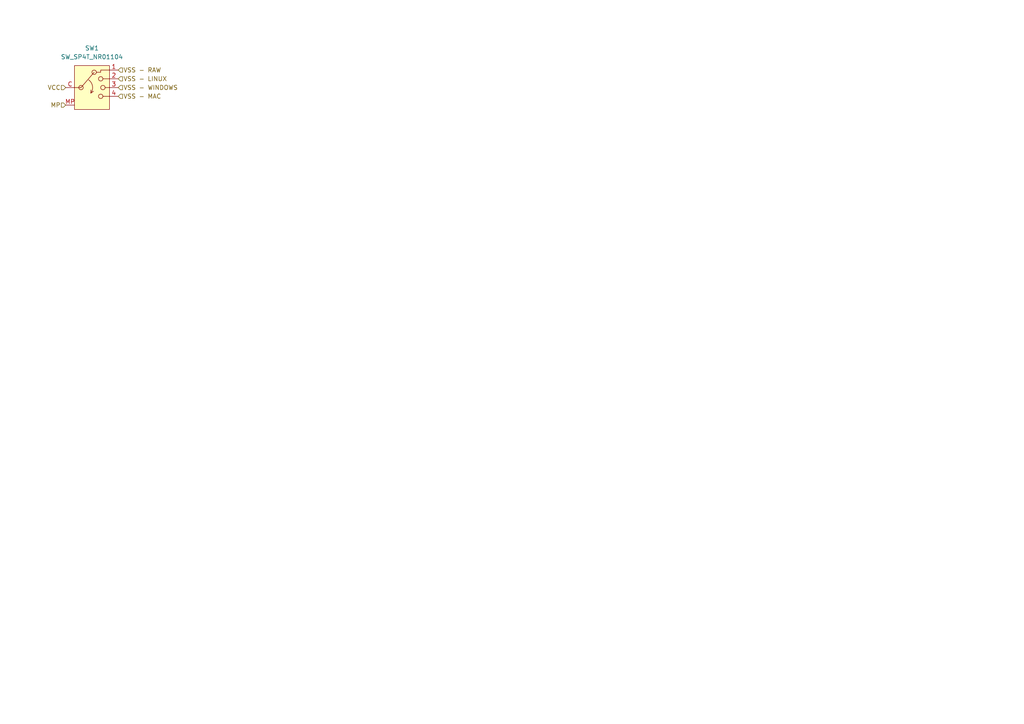
<source format=kicad_sch>
(kicad_sch (version 20250114) (generator "eeschema") (generator_version "9.0")
  (paper "A4")
  (lib_symbols
    (symbol "Switch:SW_SP4T_NR01104" (pin_names (hide yes))
      (property "Reference" "SW" (at 0 7.62 0))
      (property "Value" "SW_SP4T_NR01104" (at 0 -7.62 0))
      (symbol "SW_SP4T_NR01104_0_1"
        (polyline (pts (xy -5.08 0) (xy -3.175 0)))
        (circle (center -3.175 0) (radius 0.635))
        (polyline (pts (xy -3.175 0) (xy 0.635 4.445)))
        (arc (start -0.9526 2.2225) (mid 0.154 0.449) (end -0.3176 -1.5875))
        (polyline (pts (xy -0.3176 -1.5875) (xy -0.3176 -0.6985)))
        (polyline (pts (xy -0.3176 -1.5875) (xy -0.3176 -1.5875)))
        (polyline (pts (xy -0.3176 -1.5875) (xy 0.4444 -1.0795)))
        (polyline (pts (xy 0.3174 -1.5875) (xy 0.3174 -1.5875)))
        (circle (center 0.635 4.445) (radius 0.635))
        (circle (center 2.54 2.54) (radius 0.635))
        (circle (center 2.54 -2.54) (radius 0.635))
        (circle (center 3.175 0) (radius 0.635))
        (polyline (pts (xy 5.08 5.08) (xy 2.54 5.08) (xy 2.54 4.445) (xy 1.27 4.445)))
        (polyline (pts (xy 5.08 2.54) (xy 3.175 2.54)))
        (polyline (pts (xy 5.08 0) (xy 3.81 0)))
        (polyline (pts (xy 5.08 -2.54) (xy 3.175 -2.54)))
      )
      (symbol "SW_SP4T_NR01104_1_1"
        (polyline (pts (xy -5.08 6.35) (xy 5.08 6.35) (xy 5.08 -6.35) (xy -5.08 -6.35) (xy -5.08 6.35) (xy -5.08 6.35)) (fill (type background)))
        (pin passive line (at -7.62 0 0) (length 2.54) (name "Common") (number "C"))
        (pin passive line (at -7.62 -5.08 0) (length 2.54) (name "MP") (number "MP"))
        (pin no_connect line (at 5.08 -5.08 180) (length 0) (hide yes) (name "") (number "5"))
        (pin passive line (at 7.62 5.08 180) (length 2.54) (name "1") (number "1"))
        (pin passive line (at 7.62 2.54 180) (length 2.54) (name "2") (number "2"))
        (pin passive line (at 7.62 0 180) (length 2.54) (name "3") (number "3"))
        (pin passive line (at 7.62 -2.54 180) (length 2.54) (name "4") (number "4"))
      )
    )
  )
  (hierarchical_label "VSS - RAW" (shape input) (at 34.29 20.32 0))
  (hierarchical_label "VSS - WINDOWS" (shape input) (at 34.29 25.4 0))
  (hierarchical_label "MP" (shape input) (at 19.05 30.48 180))
  (hierarchical_label "VSS - MAC" (shape input) (at 34.29 27.94 0))
  (hierarchical_label "VCC" (shape input) (at 19.05 25.4 180))
  (hierarchical_label "VSS - LINUX" (shape input) (at 34.29 22.86 0))
  (symbol (lib_id "Switch:SW_SP4T_NR01104") (at 26.67 25.4 0) (unit 1)
    (property "Reference" "SW1" (at 26.67 13.97 0))
    (property "Value" "SW_SP4T_NR01104" (at 26.67 16.51 0))
    (property "Footprint" "Button_Switch_THT:SW_NKK_NR01" (effects (hide yes)))
    (property "Datasheet" "https://www.nkkswitches.com/pdf/NR01%20Rotaries.pdf" (effects (hide yes)))
    (property "Description" "NKK Switches NR01 Series rotary SP4T switch" (effects (hide yes)))
  )
)
</source>
